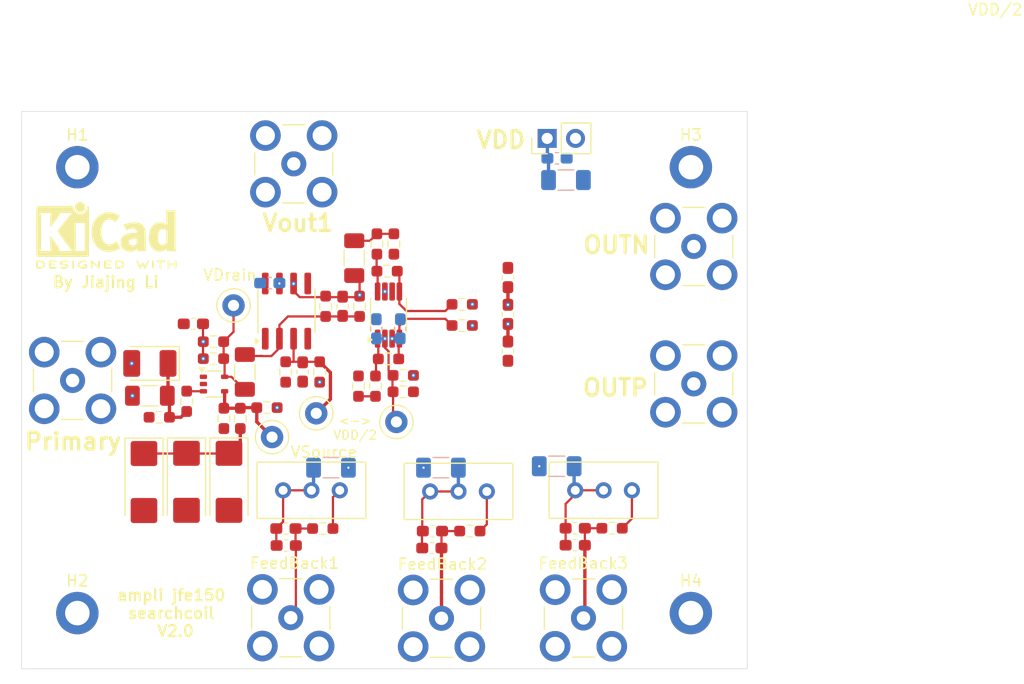
<source format=kicad_pcb>
(kicad_pcb (version 20241229) (generator "pcbnew") (generator_version "9.0")
  (layers (0 "F.Cu" signal) (4 "In1.Cu" power) (6 "In2.Cu" mixed) (2 "B.Cu" mixed) (13 "F.Paste" user) (15 "B.Paste" user) (5 "F.SilkS" user "F.Silkscreen") (7 "B.SilkS" user "B.Silkscreen") (1 "F.Mask" user) (3 "B.Mask" user) (25 "Edge.Cuts" user))
  (net 0 "")
  (net 1 "GND")
  (net 2 "Net-(C1-Pad1)")
  (net 3 "/First_Stage/VREF")
  (net 4 "Net-(Q1-Pad4)")
  (net 5 "Net-(Q1-Pad3)")
  (net 6 "Net-(C2-Pad1)")
  (net 7 "Net-(U1--)")
  (net 8 "/First_Stage/Vin")
  (net 9 "/Vout1")
  (net 10 "/Second_Stage/OUTN")
  (net 11 "/Second_Stage/OUTP")
  (net 12 "/VDD")
  (net 13 "Net-(U2-+)")
  (net 14 "Net-(U2--)")
  (net 15 "Net-(U2-out-)")
  (net 16 "Net-(U2-out+)")
  (net 20 "Net-(C7-Pad2)")
  (net 21 "Net-(C3-Pad1)")
  (net 22 "Net-(R14-Pad1)")
  (net 23 "Net-(C10-Pad2)")
  (net 24 "/Feedback/Fd1")
  (net 25 "Net-(C14-Pad2)")
  (net 26 "/Feedback/Fd2")
  (net 27 "/Feedback/Fd3")
  (net 28 "Net-(C17-Pad2)")
  (net 29 "/Second_Stage/VDD{slash}2")
  (net 30 "Net-(R12-Pad2)")
  (net 31 "Net-(R21-Pad2)")
  (net 32 "Net-(R22-Pad2)")
  (footprint "MountingHole:MountingHole_2.2mm_M2_DIN965_Pad" (layer "F.Cu") (at 105.5 55)
    (property "Reference" "H1")
    (property "Value" "MountingHole_Pad")
  )
  (footprint "Connector_Coaxial:SMB_Jack_Vertical" (layer "F.Cu") (at 124.63 95.4152)
    (property "Reference" "J8" (hide yes))
    (property "Value" "Conn_Coaxial_Small")
  )
  (footprint "Capacitor_SMD:C_1206_3216Metric_Pad1.33x1.80mm_HandSolder" (layer "F.Cu") (at 130.3196 63.1572 90)
    (property "Reference" "C10" (hide yes))
    (property "Value" "10u")
  )
  (footprint "Package_SO:SOIC-8_3.9x4.9mm_P1.27mm" (layer "F.Cu") (at 124.249 67.907 90)
    (property "Reference" "U1" (hide yes))
    (property "Value" "OPA211")
  )
  (footprint "Capacitor_SMD:C_0603_1608Metric_Pad1.08x0.95mm_HandSolder" (layer "F.Cu") (at 124.1982 87.4142 180)
    (property "Reference" "C8" (hide yes))
    (property "Value" "10e-12")
  )
  (footprint "MountingHole:MountingHole_2.2mm_M2_DIN965_Pad" (layer "F.Cu") (at 160.5 95)
    (property "Reference" "H4")
    (property "Value" "MountingHole_Pad")
  )
  (footprint "Resistor_SMD:R_0603_1608Metric_Pad0.98x0.95mm_HandSolder" (layer "F.Cu") (at 115.3 76 90)
    (property "Reference" "R4" (hide yes))
    (property "Value" "10")
  )
  (footprint "Resistor_SMD:R_0603_1608Metric_Pad0.98x0.95mm_HandSolder" (layer "F.Cu") (at 118.6356 77.5336 -90)
    (property "Reference" "R7" (hide yes))
    (property "Value" "500")
  )
  (footprint "Capacitor_SMD:C_1206_3216Metric_Pad1.33x1.80mm_HandSolder" (layer "F.Cu") (at 120.5152 73.368 90)
    (property "Reference" "C3" (hide yes))
    (property "Value" "4.7u")
  )
  (footprint "TestPoint:TestPoint_Loop_D1.80mm_Drill1.0mm_Beaded" (layer "F.Cu") (at 122.9536 79.21)
    (property "Reference" "TP2" (hide yes))
    (property "Value" "VSource")
  )
  (footprint "Capacitor_SMD:C_0603_1608Metric_Pad1.08x0.95mm_HandSolder" (layer "F.Cu") (at 137.3311 87.6428 180)
    (property "Reference" "C14" (hide yes))
    (property "Value" "10e-12")
  )
  (footprint "Connector_Coaxial:SMB_Jack_Vertical" (layer "F.Cu") (at 124.9 54.7)
    (property "Reference" "J4" (hide yes))
    (property "Value" "Conn_Coaxial_Small")
  )
  (footprint "Resistor_SMD:R_0603_1608Metric_Pad0.98x0.95mm_HandSolder" (layer "F.Cu") (at 134.7131 75.146501)
    (property "Reference" "R2" (hide yes))
    (property "Value" "10e3")
  )
  (footprint "Capacitor_SMD:C_0603_1608Metric_Pad1.08x0.95mm_HandSolder" (layer "F.Cu") (at 125.6968 73.368 -90)
    (property "Reference" "C4" (hide yes))
    (property "Value" "100n")
  )
  (footprint "Resistor_SMD:R_0603_1608Metric_Pad0.98x0.95mm_HandSolder" (layer "F.Cu") (at 120.1088 77.5336 -90)
    (property "Reference" "R8" (hide yes))
    (property "Value" "50")
  )
  (footprint "Potentiometer_THT:Potentiometer_Bourns_3296W_Vertical" (layer "F.Cu") (at 150.1327 83.98425 180)
    (property "Reference" "RV3" (hide yes))
    (property "Value" "R_Potentiometer")
  )
  (footprint "TestPoint:TestPoint_Loop_D1.80mm_Drill1.0mm_Beaded" (layer "F.Cu") (at 134.1 77.85 90)
    (property "Reference" "TP1" (hide yes))
    (property "Value" "6V")
  )
  (footprint "Capacitor_SMD:C_0603_1608Metric_Pad1.08x0.95mm_HandSolder" (layer "F.Cu") (at 137.2803 89.1668 180)
    (property "Reference" "C15" (hide yes))
    (property "Value" "10e-12")
  )
  (footprint "Resistor_SMD:R_0603_1608Metric_Pad0.98x0.95mm_HandSolder" (layer "F.Cu") (at 117.7 72.174)
    (property "Reference" "R6" (hide yes))
    (property "Value" "2k")
  )
  (footprint "Connector_Coaxial:SMB_Jack_Vertical" (layer "F.Cu") (at 160.76 74.44)
    (property "Reference" "J6" (hide yes))
    (property "Value" "Conn_Coaxial_Small")
  )
  (footprint "Capacitor_SMD:C_0603_1608Metric_Pad1.08x0.95mm_HandSolder" (layer "F.Cu") (at 144.1 71.502 -90)
    (property "Reference" "C13" (hide yes))
    (property "Value" "3300pF")
  )
  (footprint "Resistor_SMD:R_0603_1608Metric_Pad0.98x0.95mm_HandSolder" (layer "F.Cu") (at 133.3923 72.200101 180)
    (property "Reference" "R18" (hide yes))
    (property "Value" "10000")
  )
  (footprint "Capacitor_Tantalum_SMD:CP_EIA-6032-28_Kemet-C_HandSolder" (layer "F.Cu") (at 115.2828 83.2232 -90)
    (property "Reference" "C2" (hide yes))
    (property "Value" "47u")
  )
  (footprint "Capacitor_SMD:C_0603_1608Metric_Pad1.08x0.95mm_HandSolder" (layer "F.Cu") (at 129.2786 67.4741 90)
    (property "Reference" "C5" (hide yes))
    (property "Value" "47e-12")
  )
  (footprint "Resistor_SMD:R_0603_1608Metric_Pad0.98x0.95mm_HandSolder" (layer "F.Cu") (at 127.2208 73.368 90)
    (property "Reference" "R23" (hide yes))
    (property "Value" "500")
  )
  (footprint "MountingHole:MountingHole_2.2mm_M2_DIN965_Pad" (layer "F.Cu") (at 105.5 95)
    (property "Reference" "H2")
    (property "Value" "MountingHole_Pad")
  )
  (footprint "Connector_Coaxial:SMB_Jack_Vertical" (layer "F.Cu") (at 160.76 62.11)
    (property "Reference" "J5" (hide yes))
    (property "Value" "Conn_Coaxial_Small")
  )
  (footprint "Capacitor_SMD:C_0603_1608Metric_Pad1.08x0.95mm_HandSolder" (layer "F.Cu") (at 150.1327 88.91225 180)
    (property "Reference" "C18" (hide yes))
    (property "Value" "10e-12")
  )
  (footprint "Capacitor_Tantalum_SMD:CP_EIA-6032-28_Kemet-C_HandSolder" (layer "F.Cu") (at 111.4728 83.2407 -90)
    (property "Reference" "C6" (hide yes))
    (property "Value" "47u")
  )
  (footprint "Resistor_SMD:R_0603_1608Metric_Pad0.98x0.95mm_HandSolder" (layer "F.Cu") (at 132.2239 74.640401 -90)
    (property "Reference" "R16" (hide yes))
    (property "Value" "50")
  )
  (footprint "Resistor_SMD:R_0603_1608Metric_Pad0.98x0.95mm_HandSolder" (layer "F.Cu") (at 140.6839 87.6428)
    (property "Reference" "R21" (hide yes))
    (property "Value" "10e3")
  )
  (footprint "Resistor_SMD:R_0603_1608Metric_Pad0.98x0.95mm_HandSolder" (layer "F.Cu") (at 133.2653 64.326101 180)
    (property "Reference" "R17" (hide yes))
    (property "Value" "10000")
  )
  (footprint "Resistor_SMD:R_0603_1608Metric_Pad0.98x0.95mm_HandSolder" (layer "F.Cu") (at 134.7131 73.673301 180)
    (property "Reference" "R1" (hide yes))
    (property "Value" "10e3")
  )
  (footprint "Capacitor_SMD:C_1206_3216Metric_Pad1.33x1.80mm_HandSolder" (layer "F.Cu") (at 112 75.5)
    (property "Reference" "C22" (hide yes))
    (property "Value" "4.7u")
  )
  (footprint "Resistor_SMD:R_0603_1608Metric_Pad0.98x0.95mm_HandSolder" (layer "F.Cu") (at 117.7 70.65)
    (property "Reference" "R5" (hide yes))
    (property "Value" "10e3")
  )
  (footprint "Capacitor_SMD:C_0603_1608Metric_Pad1.08x0.95mm_HandSolder" (layer "F.Cu") (at 150.1327 87.38825 180)
    (property "Reference" "C17" (hide yes))
    (property "Value" "10e-12")
  )
  (footprint "Resistor_SMD:R_0603_1608Metric_Pad0.98x0.95mm_HandSolder" (layer "F.Cu") (at 140 69.2 180)
    (property "Reference" "R20" (hide yes))
    (property "Value" "50")
  )
  (footprint "Resistor_SMD:R_0603_1608Metric_Pad0.98x0.95mm_HandSolder" (layer "F.Cu") (at 153.4347 87.38825)
    (property "Reference" "R22" (hide yes))
    (property "Value" "10e3")
  )
  (footprint "Capacitor_SMD:C_0603_1608Metric_Pad1.08x0.95mm_HandSolder" (layer "F.Cu") (at 144.1 64.898 -90)
    (property "Reference" "C11" (hide yes))
    (property "Value" "3300pF")
  )
  (footprint "Resistor_SMD:R_0603_1608Metric_Pad0.98x0.95mm_HandSolder" (layer "F.Cu") (at 130.6999 74.638501 90)
    (property "Reference" "R14" (hide yes))
    (property "Value" "1000")
  )
  (footprint "Resistor_SMD:R_0603_1608Metric_Pad0.98x0.95mm_HandSolder" (layer "F.Cu") (at 124.1728 73.368 -90)
    (property "Reference" "R24" (hide yes))
    (property "Value" "500")
  )
  (footprint "TestPoint:TestPoint_Loop_D1.80mm_Drill1.0mm_Beaded" (layer "F.Cu") (at 119.5 67.4)
    (property "Reference" "TP3" (hide yes))
    (property "Value" "VDrain")
  )
  (footprint "Resistor_SMD:R_0603_1608Metric_Pad0.98x0.95mm_HandSolder" (layer "F.Cu") (at 127.7546 67.4741 90)
    (property "Reference" "R11" (hide yes))
    (property "Value" "1e6")
  )
  (footprint "Connector_Coaxial:SMB_Jack_Vertical" (layer "F.Cu") (at 150.8693 95.44005)
    (property "Reference" "J3" (hide yes))
    (property "Value" "Conn_Coaxial_Small")
  )
  (footprint "Capacitor_SMD:C_0603_1608Metric_Pad1.08x0.95mm_HandSolder" (layer "F.Cu") (at 124.2247 88.9382 180)
    (property "Reference" "C7" (hide yes))
    (property "Value" "10e-12")
  )
  (footprint "Resistor_SMD:R_0603_1608Metric_Pad0.98x0.95mm_HandSolder" (layer "F.Cu") (at 127.5002 87.4142)
    (property "Reference" "R12" (hide yes))
    (property "Value" "10e3")
  )
  (footprint "Capacitor_Tantalum_SMD:CP_EIA-3528-21_Kemet-B_HandSolder" (layer "F.Cu") (at 112 72.6 180)
    (property "Reference" "C1" (hide yes))
    (property "Value" "4.7u")
  )
  (footprint "Resistor_SMD:R_0603_1608Metric_Pad0.98x0.95mm_HandSolder" (layer "F.Cu") (at 132.3516 61.8872 90)
    (property "Reference" "R15" (hide yes))
    (property "Value" "50")
  )
  (footprint "Capacitor_Tantalum_SMD:CP_EIA-6032-28_Kemet-C_HandSolder" (layer "F.Cu") (at 119.0928 83.2232 -90)
    (property "Reference" "C20" (hide yes))
    (property "Value" "47u")
  )
  (footprint "Resistor_SMD:R_0603_1608Metric_Pad0.98x0.95mm_HandSolder" (layer "F.Cu") (at 140 67.3 180)
    (property "Reference" "R19" (hide yes))
    (property "Value" "50")
  )
  (footprint "Capacitor_SMD:C_0603_1608Metric_Pad1.08x0.95mm_HandSolder" (layer "F.Cu") (at 144.1 68.2 -90)
    (property "Reference" "C12" (hide yes))
    (property "Value" "3300pF")
  )
  (footprint "Resistor_SMD:R_0603_1608Metric_Pad0.98x0.95mm_HandSolder" (layer "F.Cu") (at 112.8444 77.432 180)
    (property "Reference" "R3" (hide yes))
    (property "Value" "1e6")
  )
  (footprint "Resistor_SMD:R_0603_1608Metric_Pad0.98x0.95mm_HandSolder" (layer "F.Cu") (at 130.8026 67.4741 90)
    (property "Reference" "R10" (hide yes))
    (property "Value" "1e6")
  )
  (footprint "Resistor_SMD:R_0603_1608Metric_Pad0.98x0.95mm_HandSolder" (layer "F.Cu") (at 122.4964 76.5684)
    (property "Reference" "R9" (hide yes))
    (property "Value" "4.9e3")
  )
  (footprint "Connector_Coaxial:SMB_Jack_Vertical" (layer "F.Cu") (at 138.1439 95.466)
    (property "Reference" "J7" (hide yes))
    (property "Value" "Conn_Coaxial_Small")
  )
  (footprint "MountingHole:MountingHole_2.2mm_M2_DIN965_Pad" (layer "F.Cu") (at 160.5 55)
    (property "Reference" "H3")
    (property "Value" "MountingHole_Pad")
  )
  (footprint "TestPoint:TestPoint_Loop_D1.80mm_Drill1.0mm_Beaded" (layer "F.Cu") (at 126.916 77.0764)
    (property "Reference" "TP4" (hide yes))
    (property "Value" "6V")
  )
  (footprint "Package_TO_SOT_SMD:SOT-353_SC-70-5" (layer "F.Cu") (at 117.75 74.45)
    (property "Reference" "Q1" (hide yes))
    (property "Value" "JFE150DCK")
  )
  (footprint "Package_SO:VSSOP-8_3x3mm_P0.65mm" (layer "F.Cu") (at 133.3923 68.263101 90)
    (property "Reference" "U2" (hide yes))
    (property "Value" "THS4551")
  )
  (footprint "Potentiometer_THT:Potentiometer_Bourns_3296W_Vertical" (layer "F.Cu") (at 123.9442 83.9852 180)
    (property "Reference" "RV1" (hide yes))
    (property "Value" "R_Potentiometer")
  )
  (footprint "Connector_PinHeader_2.54mm:PinHeader_1x02_P2.54mm_Vertical" (layer "F.Cu") (at 147.617 52.413 90)
    (property "Reference" "J2" (hide yes))
    (property "Value" "V_D")
  )
  (footprint "Potentiometer_THT:Potentiometer_Bourns_3296W_Vertical" (layer "F.Cu") (at 137.1279 84.0868 180)
    (property "Reference" "RV2" (hide yes))
    (property "Value" "R_Potentiometer")
  )
  (footprint "Symbol:KiCad-Logo2_5mm_SilkScreen" (layer "F.Cu") (at 108.1 61.1)
    (property "Reference" "REF**" (hide yes))
    (property "Value" "KiCad-Logo2_5mm_SilkScreen" (hide yes))
  )
  (footprint "Capacitor_SMD:C_0603_1608Metric_Pad1.08x0.95mm_HandSolder" (layer "F.Cu") (at 115.9 69.05 180)
    (property "Reference" "C21" (hide yes))
    (property "Value" "100n")
  )
  (footprint "Connector_Coaxial:SMB_Jack_Vertical" (layer "F.Cu") (at 105.072 74.13 90)
    (property "Reference" "J1" (hide yes))
    (property "Value" "Conn_Coaxial_Small")
  )
  (footprint "Resistor_SMD:R_0603_1608Metric_Pad0.98x0.95mm_HandSolder" (layer "F.Cu") (at 133.8756 61.8872 90)
    (property "Reference" "R13" (hide yes))
    (property "Value" "1000")
  )
  (footprint "Capacitor_SMD:C_0603_1608Metric_Pad1.08x0.95mm_HandSolder" (layer "B.Cu") (at 134.45 69.5 90)
    (property "Reference" "C26" (hide yes))
    (property "Value" "100n")
  )
  (footprint "Capacitor_SMD:C_1206_3216Metric_Pad1.33x1.80mm_HandSolder" (layer "B.Cu") (at 148.4694 81.82565)
    (property "Reference" "C19" (hide yes))
    (property "Value" "10e-6")
  )
  (footprint "Capacitor_SMD:C_1206_3216Metric_Pad1.33x1.80mm_HandSolder" (layer "B.Cu") (at 138.0931 81.9532)
    (property "Reference" "C16" (hide yes))
    (property "Value" "10e-6")
  )
  (footprint "Capacitor_SMD:C_0603_1608Metric_Pad1.08x0.95mm_HandSolder" (layer "B.Cu") (at 132.3 69.5 90)
    (property "Reference" "C24" (hide yes))
    (property "Value" "100n")
  )
  (footprint "Capacitor_SMD:C_0603_1608Metric_Pad1.08x0.95mm_HandSolder" (layer "B.Cu") (at 122.7504 65.3924 180)
    (property "Reference" "C23" (hide yes))
    (property "Value" "100n")
  )
  (footprint "Capacitor_SMD:C_1206_3216Metric_Pad1.33x1.80mm_HandSolder" (layer "B.Cu") (at 128.2368 81.9532 180)
    (property "Reference" "C9" (hide yes))
    (property "Value" "10e-6")
  )
  (footprint "Capacitor_SMD:C_0603_1608Metric_Pad1.08x0.95mm_HandSolder" (layer "B.Cu") (at 148.5 54.2)
    (property "Reference" "C25" (hide yes))
    (property "Value" "100n")
  )
  (footprint "Capacitor_SMD:C_1206_3216Metric_Pad1.33x1.80mm_HandSolder" (layer "B.Cu") (at 149.3 56.15)
    (property "Reference" "C27" (hide yes))
    (property "Value" "4,7u")
  )
  (gr_rect (start 100.5 50) (end 165.55 100) (stroke (width 0.05)) (fill no) (layer "Edge.Cuts"))
  (gr_text "Primary" (at 100.627 80.48 0) (layer "F.SilkS") (effects (font (size 1.5 1.5) (thickness 0.3) (bold yes)) (justify left bottom)))
  (gr_text "FeedBack1" (at 120.8708 91.0972 0) (layer "F.SilkS") (effects (font (size 1 1)) (justify left bottom)))
  (gr_text "By Jiajing Li" (at 108.05 65.9 0) (layer "F.SilkS") (effects (font (size 1 1) (thickness 0.2) (bold yes)) (justify bottom)))
  (gr_text "ampli jfe150 \nsearchcoil \nV2.0\n" (at 114.3 97.2 0) (layer "F.SilkS") (effects (font (size 1 1) (thickness 0.2) (bold yes)) (justify bottom)))
  (gr_text "<->\nVDD/2\n" (at 130.4 79.5 0) (layer "F.SilkS") (effects (font (size 0.8 0.8) (thickness 0.125) (bold yes)) (justify bottom)))
  (gr_text "FeedBack3\n" (at 146.7545 91.12205 0) (layer "F.SilkS") (effects (font (size 1 1)) (justify left bottom)))
  (gr_text "VDD" (at 141.14 53.429 0) (layer "F.SilkS") (effects (font (size 1.5 1.5) (thickness 0.3) (bold yes)) (justify left bottom)))
  (gr_text "VSource" (at 124.5284 81.1404 0) (layer "F.SilkS") (effects (font (size 1 1)) (justify left bottom)))
  (gr_text "FeedBack2\n" (at 134.1307 91.1988 0) (layer "F.SilkS") (effects (font (size 1 1)) (justify left bottom)))
  (gr_text "VDD/2" (at 185.2605 41.449 0) (layer "F.SilkS") (effects (font (size 1 1)) (justify left bottom)))
  (gr_text "OUTN" (at 150.7 62.85 0) (layer "F.SilkS") (effects (font (size 1.5 1.5) (thickness 0.3) (bold yes)) (justify left bottom)))
  (gr_text "VDrain\n" (at 116.7 65.25 0) (layer "F.SilkS") (effects (font (size 1 1)) (justify left bottom)))
  (gr_text "OUTP\n" (at 150.65 75.65 0) (layer "F.SilkS") (effects (font (size 1.5 1.5) (thickness 0.3) (bold yes)) (justify left bottom)))
  (gr_text "Vout1" (at 121.9376 60.8712 0) (layer "F.SilkS") (effects (font (size 1.5 1.5) (thickness 0.3) (bold yes)) (justify left bottom)))
  (segment (start 113.7569 77.432) (end 114.7805 77.432) (width 0.3) (layer "F.Cu") (net 2))
  (segment (start 113.6275 75.435) (end 113.5625 75.5) (width 0.3) (layer "F.Cu") (net 2))
  (segment (start 113.7569 77.432) (end 113.7569 75.6944) (width 0.3) (layer "F.Cu") (net 2))
  (segment (start 114.7805 77.432) (end 115.3 76.9125) (width 0.3) (layer "F.Cu") (net 2))
  (segment (start 113.6275 72.6) (end 113.6275 75.435) (width 0.3) (layer "F.Cu") (net 2))
  (segment (start 113.7569 75.6944) (end 113.5625 75.5) (width 0.3) (layer "F.Cu") (net 2))
  (segment (start 113.5625 72.665) (end 113.6275 72.6) (width 0.3) (layer "F.Cu") (net 2))
  (segment (start 124.8332 72.4555) (end 127.2208 72.4555) (width 0.2) (layer "F.Cu") (net 3))
  (segment (start 124.884 72.4047) (end 124.8332 72.4555) (width 0.2) (layer "F.Cu") (net 3))
  (segment (start 127.2208 72.4555) (end 128.186 73.4207) (width 0.3) (layer "F.Cu") (net 3))
  (segment (start 128.186 75.8064) (end 126.916 77.0764) (width 0.3) (layer "F.Cu") (net 3))
  (segment (start 124.884 70.382) (end 124.884 72.4047) (width 0.2) (layer "F.Cu") (net 3))
  (segment (start 128.186 73.4207) (end 128.186 75.8064) (width 0.3) (layer "F.Cu") (net 3))
  (segment (start 124.1728 72.4555) (end 124.8332 72.4555) (width 0.2) (layer "F.Cu") (net 3))
  (segment (start 120.1088 76.6211) (end 118.6356 76.6211) (width 0.3) (layer "F.Cu") (net 4))
  (segment (start 120.1615 76.5684) (end 120.1088 76.6211) (width 0.3) (layer "F.Cu") (net 4))
  (segment (start 118.7 76.5567) (end 118.6356 76.6211) (width 0.3) (layer "F.Cu") (net 4))
  (segment (start 121.5839 76.5684) (end 120.1615 76.5684) (width 0.3) (layer "F.Cu") (net 4))
  (segment (start 118.7 75.1) (end 118.7 76.5567) (width 0.3) (layer "F.Cu") (net 4))
  (segment (start 121.5839 77.8403) (end 122.9536 79.21) (width 0.3) (layer "F.Cu") (net 4))
  (segment (start 121.5839 76.5684) (end 121.5839 77.8403) (width 0.3) (layer "F.Cu") (net 4))
  (segment (start 115.3125 75.1) (end 115.3 75.0875) (width 0.2) (layer "F.Cu") (net 5))
  (segment (start 116.8 75.1) (end 115.3125 75.1) (width 0.2) (layer "F.Cu") (net 5))
  (segment (start 120.1088 78.4461) (end 120.1088 79.6497) (width 0.3) (layer "F.Cu") (net 6))
  (segment (start 120.1088 79.6497) (end 119.0928 80.6657) (width 0.3) (layer "F.Cu") (net 6))
  (segment (start 111.8948 80.6832) (end 119.6948 80.6832) (width 0.2) (layer "F.Cu") (net 6))
  (segment (start 123.614 70.382) (end 123.614 69.1516) (width 0.2) (layer "F.Cu") (net 7))
  (segment (start 123.614 70.382) (end 123.614 71.224) (width 0.2) (layer "F.Cu") (net 7))
  (segment (start 124.379 68.3866) (end 127.7546 68.3866) (width 0.2) (layer "F.Cu") (net 7))
  (segment (start 122.0796 71.9456) (end 122.0665 71.9325) (width 0.2) (layer "F.Cu") (net 7))
  (segment (start 129.2286 68.3866) (end 129.2786 68.3366) (width 0.2) (layer "F.Cu") (net 7))
  (segment (start 130.8026 68.3866) (end 129.3286 68.3866) (width 0.2) (layer "F.Cu") (net 7))
  (segment (start 122.8924 71.9456) (end 122.0796 71.9456) (width 0.2) (layer "F.Cu") (net 7))
  (segment (start 122.0665 71.9325) (end 120.6422 71.9325) (width 0.2) (layer "F.Cu") (net 7))
  (segment (start 123.614 69.1516) (end 124.379 68.3866) (width 0.2) (layer "F.Cu") (net 7))
  (segment (start 129.3286 68.3866) (end 129.2786 68.3366) (width 0.2) (layer "F.Cu") (net 7))
  (segment (start 127.7546 68.3866) (end 129.2286 68.3866) (width 0.2) (layer "F.Cu") (net 7))
  (segment (start 120.6422 71.9325) (end 120.5152 71.8055) (width 0.2) (layer "F.Cu") (net 7))
  (segment (start 123.614 71.224) (end 122.8924 71.9456) (width 0.2) (layer "F.Cu") (net 7))
  (via (at 110.4375 75.5) (size 0.45) (drill 0.2) (layers "F.Cu" "B.Cu") (net 8))
  (via (at 110.3725 72.6) (size 0.45) (drill 0.2) (layers "F.Cu" "B.Cu") (net 8))
  (segment (start 130.8026 66.4592) (end 130.8026 65.2027) (width 0.2) (layer "F.Cu") (net 9))
  (segment (start 130.8026 66.5616) (end 130.8026 66.4592) (width 0.2) (layer "F.Cu") (net 9))
  (segment (start 130.7062 66.658) (end 130.8026 66.5616) (width 0.2) (layer "F.Cu") (net 9))
  (segment (start 124.884 65.45) (end 124.884 66.1036) (width 0.2) (layer "F.Cu") (net 9))
  (segment (start 125.4384 66.658) (end 130.7062 66.658) (width 0.2) (layer "F.Cu") (net 9))
  (segment (start 124.884 66.1036) (end 125.4384 66.658) (width 0.2) (layer "F.Cu") (net 9))
  (segment (start 124.884 54.716) (end 124.9 54.7) (width 0.2) (layer "F.Cu") (net 9))
  (segment (start 124.884 65.432) (end 124.884 65.45) (width 0.2) (layer "F.Cu") (net 9))
  (segment (start 130.8026 65.2027) (end 130.3196 64.7197) (width 0.2) (layer "F.Cu") (net 9))
  (via (at 146.9069 81.82565) (size 0.45) (drill 0.2) (layers "F.Cu" "B.Cu") (net 9))
  (via (at 130.8026 66.4592) (size 0.45) (drill 0.2) (layers "F.Cu" "B.Cu") (net 9))
  (via (at 124.884 65.45) (size 0.45) (drill 0.2) (layers "F.Cu" "B.Cu") (net 9))
  (via (at 129.7993 81.9532) (size 0.45) (drill 0.2) (layers "F.Cu" "B.Cu") (net 9))
  (via (at 123.4089 76.5684) (size 0.45) (drill 0.2) (layers "F.Cu" "B.Cu") (net 9))
  (via (at 136.5306 81.9532) (size 0.45) (drill 0.2) (layers "F.Cu" "B.Cu") (net 9))
  (segment (start 144.1 65.7605) (end 144.1 67.3375) (width 0.3) (layer "F.Cu") (net 10))
  (via (at 144.1 67.3375) (size 0.45) (drill 0.2) (layers "F.Cu" "B.Cu") (net 10))
  (via (at 140.9125 67.3) (size 0.45) (drill 0.2) (layers "F.Cu" "B.Cu") (net 10))
  (segment (start 144.1 69.0625) (end 144.1 70.6395) (width 0.3) (layer "F.Cu") (net 11))
  (via (at 144.1 69.0625) (size 0.45) (drill 0.2) (layers "F.Cu" "B.Cu") (net 11))
  (via (at 140.9125 69.2) (size 0.45) (drill 0.2) (layers "F.Cu" "B.Cu") (net 11))
  (segment (start 116.7625 72.149) (end 116.7875 72.174) (width 0.2) (layer "F.Cu") (net 12))
  (segment (start 116.7625 69.05) (end 116.7625 72.149) (width 0.2) (layer "F.Cu") (net 12))
  (segment (start 116.6848 72.0713) (end 116.7875 72.174) (width 0.2) (layer "F.Cu") (net 12))
  (via (at 123.614 65.432) (size 0.45) (drill 0.2) (layers "F.Cu" "B.Cu") (net 12))
  (via (at 133.7173 70.375601) (size 0.45) (drill 0.2) (layers "F.Cu" "B.Cu") (net 12))
  (via (at 133.0673 66.150601) (size 0.45) (drill 0.2) (layers "F.Cu" "B.Cu") (net 12))
  (via (at 116.7875 70.65) (size 0.45) (drill 0.2) (layers "F.Cu" "B.Cu") (net 12))
  (via (at 135.6256 73.673301) (size 0.45) (drill 0.2) (layers "F.Cu" "B.Cu") (net 12))
  (via (at 127.2208 74.2805) (size 0.45) (drill 0.2) (layers "F.Cu" "B.Cu") (net 12))
  (via (at 116.7875 72.174) (size 0.45) (drill 0.2) (layers "F.Cu" "B.Cu") (net 12))
  (segment (start 134.436899 70.375601) (end 134.45 70.3625) (width 0.2) (layer "B.Cu") (net 12))
  (segment (start 133.7173 70.375601) (end 134.436899 70.375601) (width 0.2) (layer "B.Cu") (net 12))
  (segment (start 147.7375 56.15) (end 147.7375 54.3) (width 0.3) (layer "B.Cu") (net 12))
  (segment (start 147.6375 54.2) (end 147.6375 52.4335) (width 0.3) (layer "B.Cu") (net 12))
  (segment (start 147.6375 52.4335) (end 147.617 52.413) (width 0.3) (layer "B.Cu") (net 12))
  (segment (start 147.7375 54.3) (end 147.6375 54.2) (width 0.3) (layer "B.Cu") (net 12))
  (segment (start 132.3274 62.841301) (end 132.3274 64.300701) (width 0.2) (layer "F.Cu") (net 13))
  (segment (start 132.3274 64.300701) (end 132.3528 64.326101) (width 0.2) (layer "F.Cu") (net 13))
  (segment (start 132.4173 64.390601) (end 132.3528 64.326101) (width 0.2) (layer "F.Cu") (net 13))
  (segment (start 132.4173 66.150601) (end 132.4173 64.390601) (width 0.2) (layer "F.Cu") (net 13))
  (segment (start 132.2728 73.724101) (end 132.2728 72.407101) (width 0.2) (layer "F.Cu") (net 14))
  (segment (start 132.4798 72.200101) (end 132.4798 70.438101) (width 0.2) (layer "F.Cu") (net 14))
  (segment (start 132.4798 70.438101) (end 132.4173 70.375601) (width 0.2) (layer "F.Cu") (net 14))
  (segment (start 132.2728 72.407101) (end 132.4798 72.200101) (width 0.2) (layer "F.Cu") (net 14))
  (segment (start 134.3673 67.2673) (end 135 67.9) (width 0.2) (layer "F.Cu") (net 15))
  (segment (start 134.3673 66.150601) (end 134.3673 67.2673) (width 0.2) (layer "F.Cu") (net 15))
  (segment (start 134.3673 64.515601) (end 134.3673 66.150601) (width 0.2) (layer "F.Cu") (net 15))
  (segment (start 138.4875 67.9) (end 139.0875 67.3) (width 0.2) (layer "F.Cu") (net 15))
  (segment (start 134.1778 64.326101) (end 134.3673 64.515601) (width 0.2) (layer "F.Cu") (net 15))
  (segment (start 135 67.9) (end 138.4875 67.9) (width 0.2) (layer "F.Cu") (net 15))
  (segment (start 135 68.6) (end 138.4875 68.6) (width 0.2) (layer "F.Cu") (net 16))
  (segment (start 134.3048 72.200101) (end 134.3048 70.438101) (width 0.2) (layer "F.Cu") (net 16))
  (segment (start 134.3673 70.375601) (end 134.3673 69.2327) (width 0.2) (layer "F.Cu") (net 16))
  (segment (start 138.4875 68.6) (end 139.0875 69.2) (width 0.2) (layer "F.Cu") (net 16))
  (segment (start 134.3673 69.2327) (end 135 68.6) (width 0.2) (layer "F.Cu") (net 16))
  (segment (start 134.3048 70.438101) (end 134.3673 70.375601) (width 0.2) (layer "F.Cu") (net 16))
  (segment (start 126.4842 83.9852) (end 123.9442 83.9852) (width 0.2) (layer "F.Cu") (net 20))
  (segment (start 123.3357 88.9117) (end 123.3622 88.9382) (width 0.2) (layer "F.Cu") (net 20))
  (segment (start 123.9442 86.8057) (end 123.3357 87.4142) (width 0.2) (layer "F.Cu") (net 20))
  (segment (start 123.3357 87.4142) (end 123.3357 88.9117) (width 0.2) (layer "F.Cu") (net 20))
  (segment (start 123.9442 83.9852) (end 123.9442 86.8057) (width 0.2) (layer "F.Cu") (net 20))
  (segment (start 126.6743 83.7951) (end 126.4842 83.9852) (width 0.3) (layer "B.Cu") (net 20))
  (segment (start 126.6743 81.9532) (end 126.6743 83.7951) (width 0.3) (layer "B.Cu") (net 20))
  (segment (start 119.3085 73.8) (end 118.7 73.8) (width 0.2) (layer "F.Cu") (net 21))
  (segment (start 118.6125 70.65) (end 118.6125 72.174) (width 0.2) (layer "F.Cu") (net 21))
  (segment (start 118.6125 70.5115) (end 118.6125 70.65) (width 0.2) (layer "F.Cu") (net 21))
  (segment (start 118.7 72.2615) (end 118.6125 72.174) (width 0.2) (layer "F.Cu") (net 21))
  (segment (start 120.439 74.9305) (end 119.3085 73.8) (width 0.2) (layer "F.Cu") (net 21))
  (segment (start 119.5 69.7625) (end 118.6125 70.65) (width 0.2) (layer "F.Cu") (net 21))
  (segment (start 120.5152 74.9305) (end 120.439 74.9305) (width 0.2) (layer "F.Cu") (net 21))
  (segment (start 118.7 73.8) (end 118.7 72.2615) (width 0.2) (layer "F.Cu") (net 21))
  (segment (start 119.5 67.4) (end 119.5 69.7625) (width 0.2) (layer "F.Cu") (net 21))
  (segment (start 130.7018 75.552901) (end 130.6999 75.551001) (width 0.2) (layer "F.Cu") (net 22))
  (segment (start 132.2239 75.552901) (end 130.7018 75.552901) (width 0.2) (layer "F.Cu") (net 22))
  (segment (start 130.3196 61.5947) (end 131.7316 61.5947) (width 0.2) (layer "F.Cu") (net 23))
  (segment (start 131.7316 61.5947) (end 132.3516 60.9747) (width 0.2) (layer "F.Cu") (net 23))
  (segment (start 132.3516 60.9747) (end 133.8756 60.9747) (width 0.2) (layer "F.Cu") (net 23))
  (segment (start 125.0872 94.958) (end 124.63 95.4152) (width 0.2) (layer "F.Cu") (net 24))
  (segment (start 125.0607 88.9117) (end 125.0872 88.9382) (width 0.2) (layer "F.Cu") (net 24))
  (segment (start 125.0607 87.4142) (end 125.0607 88.9117) (width 0.2) (layer "F.Cu") (net 24))
  (segment (start 125.0607 87.4142) (end 126.5877 87.4142) (width 0.2) (layer "F.Cu") (net 24))
  (segment (start 125.0872 88.9382) (end 125.0872 94.958) (width 0.2) (layer "F.Cu") (net 24))
  (segment (start 136.3924 87.6693) (end 136.4189 87.6428) (width 0.2) (layer "F.Cu") (net 25))
  (segment (start 136.3924 89.1668) (end 136.3924 87.6693) (width 0.2) (layer "F.Cu") (net 25))
  (segment (start 136.4189 87.6428) (end 136.4189 84.7958) (width 0.2) (layer "F.Cu") (net 25))
  (segment (start 137.1279 84.0868) (end 139.6679 84.0868) (width 0.2) (layer "F.Cu") (net 25))
  (segment (start 136.4189 84.7958) (end 137.1279 84.0868) (width 0.2) (layer "F.Cu") (net 25))
  (segment (start 139.6556 84.0745) (end 139.6679 84.0868) (width 0.3) (layer "B.Cu") (net 25))
  (segment (start 139.6556 81.9532) (end 139.6556 84.0745) (width 0.3) (layer "B.Cu") (net 25))
  (segment (start 138.1428 89.1668) (end 138.1428 95.4649) (width 0.3) (layer "F.Cu") (net 26))
  (segment (start 138.1428 89.1668) (end 138.1428 87.6936) (width 0.2) (layer "F.Cu") (net 26))
  (segment (start 138.1428 95.4649) (end 138.1439 95.466) (width 0.3) (layer "F.Cu") (net 26))
  (segment (start 138.1428 87.6936) (end 138.1936 87.6428) (width 0.2) (layer "F.Cu") (net 26))
  (segment (start 138.1936 87.6428) (end 139.7714 87.6428) (width 0.2) (layer "F.Cu") (net 26))
  (segment (start 152.5222 87.38825) (end 150.9952 87.38825) (width 0.2) (layer "F.Cu") (net 27))
  (segment (start 150.9952 87.38825) (end 150.9952 88.91225) (width 0.2) (layer "F.Cu") (net 27))
  (segment (start 150.9952 88.91225) (end 150.9952 95.31415) (width 0.3) (layer "F.Cu") (net 27))
  (segment (start 150.9952 95.31415) (end 150.8693 95.44005) (width 0.3) (layer "F.Cu") (net 27))
  (segment (start 149.2702 87.38825) (end 149.2702 88.91225) (width 0.2) (layer "F.Cu") (net 28))
  (segment (start 149.2702 85.20275) (end 150.1327 84.34025) (width 0.2) (layer "F.Cu") (net 28))
  (segment (start 150.1327 84.34025) (end 150.1327 83.98425) (width 0.2) (layer "F.Cu") (net 28))
  (segment (start 152.6727 83.98425) (end 150.1327 83.98425) (width 0.2) (layer "F.Cu") (net 28))
  (segment (start 149.2702 87.38825) (end 149.2702 85.20275) (width 0.2) (layer "F.Cu") (net 28))
  (segment (start 150.0319 81.82565) (end 150.0319 83.88345) (width 0.3) (layer "B.Cu") (net 28))
  (segment (start 150.0319 83.88345) (end 150.1327 83.98425) (width 0.3) (layer "B.Cu") (net 28))
  (segment (start 133.4 73.272701) (end 133.4 71.5208) (width 0.2) (layer "F.Cu") (net 29))
  (segment (start 133.7498 75.146501) (end 133.7498 73.724101) (width 0.2) (layer "F.Cu") (net 29))
  (segment (start 133.8006 75.146501) (end 133.8006 77.5506) (width 0.2) (layer "F.Cu") (net 29))
  (segment (start 133.8006 73.673301) (end 133.4 73.272701) (width 0.2) (layer "F.Cu") (net 29))
  (segment (start 133.4 71.5208) (end 133.0673 71.1881) (width 0.2) (layer "F.Cu") (net 29))
  (segment (start 133.7498 73.724101) (end 133.8006 73.673301) (width 0.2) (layer "F.Cu") (net 29))
  (segment (start 133.0673 71.1881) (end 133.0673 70.375601) (width 0.2) (layer "F.Cu") (net 29))
  (segment (start 133.7987 75.195401) (end 133.7498 75.146501) (width 0.2) (layer "F.Cu") (net 29))
  (segment (start 133.8006 77.5506) (end 134.1 77.85) (width 0.2) (layer "F.Cu") (net 29))
  (via (at 133.0673 70.375601) (size 0.45) (drill 0.2) (layers "F.Cu" "B.Cu") (net 29))
  (segment (start 133.0673 70.375601) (end 132.313101 70.375601) (width 0.2) (layer "B.Cu") (net 29))
  (segment (start 132.313101 70.375601) (end 132.3 70.3625) (width 0.2) (layer "B.Cu") (net 29))
  (segment (start 128.4127 84.5967) (end 129.0242 83.9852) (width 0.2) (layer "F.Cu") (net 30))
  (segment (start 128.4127 87.4142) (end 128.4127 84.5967) (width 0.2) (layer "F.Cu") (net 30))
  (segment (start 142.2079 84.0868) (end 142.2079 87.0313) (width 0.2) (layer "F.Cu") (net 31))
  (segment (start 142.2079 87.0313) (end 141.5964 87.6428) (width 0.2) (layer "F.Cu") (net 31))
  (segment (start 155.2127 83.98425) (end 155.2127 86.52275) (width 0.2) (layer "F.Cu") (net 32))
  (segment (start 155.2127 86.52275) (end 154.3472 87.38825) (width 0.2) (layer "F.Cu") (net 32))
)
</source>
